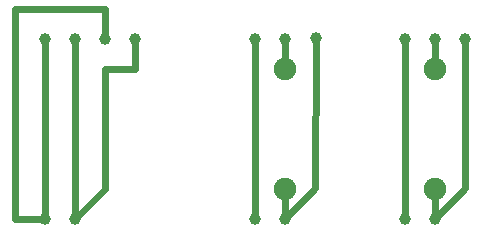
<source format=gtl>
G04 MADE WITH FRITZING*
G04 WWW.FRITZING.ORG*
G04 DOUBLE SIDED*
G04 HOLES PLATED*
G04 CONTOUR ON CENTER OF CONTOUR VECTOR*
%ASAXBY*%
%FSLAX23Y23*%
%MOIN*%
%OFA0B0*%
%SFA1.0B1.0*%
%ADD10C,0.039370*%
%ADD11C,0.075000*%
%ADD12C,0.024000*%
%LNCOPPER1*%
G90*
G70*
G54D10*
X1454Y172D03*
X1554Y772D03*
X1454Y772D03*
X1354Y772D03*
X1354Y172D03*
X1454Y672D03*
X1454Y272D03*
X954Y172D03*
X1055Y773D03*
X954Y772D03*
X854Y772D03*
X854Y172D03*
X954Y672D03*
X954Y272D03*
G54D11*
X1454Y672D03*
X1454Y272D03*
X954Y672D03*
X954Y272D03*
G54D10*
X154Y172D03*
X254Y172D03*
X154Y772D03*
X254Y772D03*
X354Y772D03*
X454Y772D03*
G54D12*
X1354Y753D02*
X1354Y191D01*
D02*
X854Y753D02*
X854Y191D01*
D02*
X954Y191D02*
X954Y253D01*
D02*
X1454Y191D02*
X1454Y253D01*
D02*
X967Y185D02*
X1053Y273D01*
D02*
X1053Y273D02*
X1055Y754D01*
D02*
X1454Y753D02*
X1454Y691D01*
D02*
X954Y753D02*
X954Y691D01*
D02*
X1554Y273D02*
X1554Y753D01*
D02*
X1467Y185D02*
X1554Y273D01*
D02*
X154Y753D02*
X154Y191D01*
D02*
X254Y753D02*
X254Y191D01*
D02*
X53Y171D02*
X135Y172D01*
D02*
X354Y871D02*
X53Y871D01*
D02*
X53Y871D02*
X53Y171D01*
D02*
X354Y791D02*
X354Y871D01*
D02*
X354Y671D02*
X354Y272D01*
D02*
X454Y671D02*
X354Y671D01*
D02*
X454Y753D02*
X454Y671D01*
D02*
X354Y272D02*
X267Y185D01*
G04 End of Copper1*
M02*
</source>
